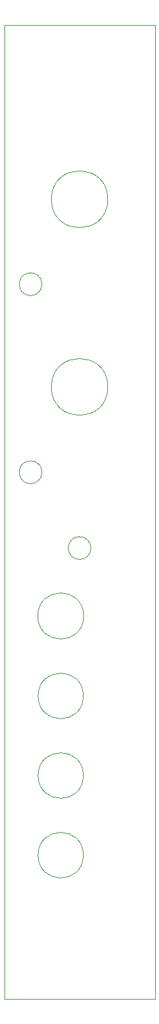
<source format=gbr>
%TF.GenerationSoftware,KiCad,Pcbnew,5.1.9+dfsg1-1~bpo10+1*%
%TF.CreationDate,2022-05-13T01:17:35+08:00*%
%TF.ProjectId,MiniVCA 1.2 - Front,4d696e69-5643-4412-9031-2e32202d2046,rev?*%
%TF.SameCoordinates,Original*%
%TF.FileFunction,Profile,NP*%
%FSLAX46Y46*%
G04 Gerber Fmt 4.6, Leading zero omitted, Abs format (unit mm)*
G04 Created by KiCad (PCBNEW 5.1.9+dfsg1-1~bpo10+1) date 2022-05-13 01:17:35*
%MOMM*%
%LPD*%
G01*
G04 APERTURE LIST*
%TA.AperFunction,Profile*%
%ADD10C,0.100000*%
%TD*%
G04 APERTURE END LIST*
D10*
X61500000Y-109000000D02*
G75*
G03*
X61500000Y-109000000I-1500000J0D01*
G01*
X60541381Y-117958619D02*
G75*
G03*
X60541381Y-117958619I-3041381J0D01*
G01*
X60500000Y-149500000D02*
G75*
G03*
X60500000Y-149500000I-3000000J0D01*
G01*
X60500000Y-139000000D02*
G75*
G03*
X60500000Y-139000000I-3000000J0D01*
G01*
X60500000Y-128500000D02*
G75*
G03*
X60500000Y-128500000I-3000000J0D01*
G01*
X55000000Y-74200000D02*
G75*
G03*
X55000000Y-74200000I-1500000J0D01*
G01*
X55000000Y-99000000D02*
G75*
G03*
X55000000Y-99000000I-1500000J0D01*
G01*
X70000000Y-168500000D02*
X70000000Y-155500000D01*
X70000000Y-130000000D02*
X70000000Y-155500000D01*
X70000000Y-76000000D02*
X70000000Y-130000000D01*
X50000000Y-168500000D02*
X50000000Y-40000000D01*
X70000000Y-168500000D02*
X50000000Y-168500000D01*
X70000000Y-40000000D02*
X70000000Y-76000000D01*
X50000000Y-40000000D02*
X70000000Y-40000000D01*
X63750000Y-87750000D02*
G75*
G03*
X63750000Y-87750000I-3750000J0D01*
G01*
X63750000Y-63000000D02*
G75*
G03*
X63750000Y-63000000I-3750000J0D01*
G01*
M02*

</source>
